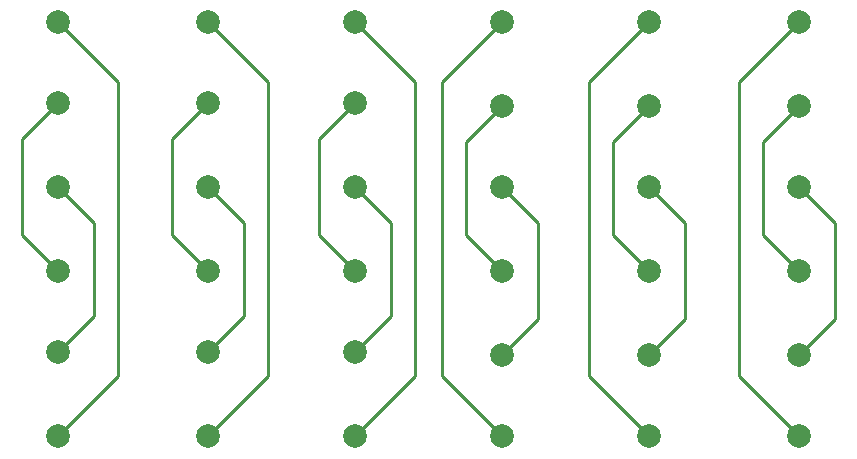
<source format=gbr>
%TF.GenerationSoftware,KiCad,Pcbnew,(5.1.6)-1*%
%TF.CreationDate,2020-07-06T13:03:39-04:00*%
%TF.ProjectId,HVPatchBoard,48565061-7463-4684-926f-6172642e6b69,rev?*%
%TF.SameCoordinates,Original*%
%TF.FileFunction,Copper,L1,Top*%
%TF.FilePolarity,Positive*%
%FSLAX46Y46*%
G04 Gerber Fmt 4.6, Leading zero omitted, Abs format (unit mm)*
G04 Created by KiCad (PCBNEW (5.1.6)-1) date 2020-07-06 13:03:39*
%MOMM*%
%LPD*%
G01*
G04 APERTURE LIST*
%TA.AperFunction,ComponentPad*%
%ADD10C,2.000000*%
%TD*%
%TA.AperFunction,Conductor*%
%ADD11C,0.250000*%
%TD*%
G04 APERTURE END LIST*
D10*
%TO.P,J4,1*%
%TO.N,Net-(J2-Pad1)*%
X122174000Y-66802000D03*
%TD*%
%TO.P,J3,1*%
%TO.N,Net-(J3-Pad1)*%
X122174000Y-73914000D03*
%TD*%
%TO.P,J5,1*%
%TO.N,Net-(J3-Pad1)*%
X122174000Y-59944000D03*
%TD*%
%TO.P,J6,1*%
%TO.N,Net-(J1-Pad1)*%
X122174000Y-52832000D03*
%TD*%
%TO.P,J1,1*%
%TO.N,Net-(J1-Pad1)*%
X122174000Y-87884000D03*
%TD*%
%TO.P,J2,1*%
%TO.N,Net-(J2-Pad1)*%
X122174000Y-81026000D03*
%TD*%
%TO.P,J4,1*%
%TO.N,Net-(J2-Pad1)*%
X97028000Y-66802000D03*
%TD*%
%TO.P,J4,1*%
%TO.N,Net-(J2-Pad1)*%
X109474000Y-66802000D03*
%TD*%
%TO.P,J3,1*%
%TO.N,Net-(J3-Pad1)*%
X109474000Y-73914000D03*
%TD*%
%TO.P,J6,1*%
%TO.N,Net-(J1-Pad1)*%
X109474000Y-52832000D03*
%TD*%
%TO.P,J1,1*%
%TO.N,Net-(J1-Pad1)*%
X109474000Y-87884000D03*
%TD*%
%TO.P,J1,1*%
%TO.N,Net-(J1-Pad1)*%
X97028000Y-87884000D03*
%TD*%
%TO.P,J2,1*%
%TO.N,Net-(J2-Pad1)*%
X109474000Y-81026000D03*
%TD*%
%TO.P,J5,1*%
%TO.N,Net-(J3-Pad1)*%
X109474000Y-59944000D03*
%TD*%
%TO.P,J5,1*%
%TO.N,Net-(J3-Pad1)*%
X97028000Y-59944000D03*
%TD*%
%TO.P,J2,1*%
%TO.N,Net-(J2-Pad1)*%
X97028000Y-81026000D03*
%TD*%
%TO.P,J6,1*%
%TO.N,Net-(J1-Pad1)*%
X97028000Y-52832000D03*
%TD*%
%TO.P,J3,1*%
%TO.N,Net-(J3-Pad1)*%
X97028000Y-73914000D03*
%TD*%
%TO.P,J4,1*%
%TO.N,Net-(J2-Pad1)*%
X84582000Y-73914000D03*
%TD*%
%TO.P,J4,1*%
%TO.N,Net-(J2-Pad1)*%
X72136000Y-73914000D03*
%TD*%
%TO.P,J3,1*%
%TO.N,Net-(J3-Pad1)*%
X84582000Y-66802000D03*
%TD*%
%TO.P,J3,1*%
%TO.N,Net-(J3-Pad1)*%
X72136000Y-66802000D03*
%TD*%
%TO.P,J5,1*%
%TO.N,Net-(J3-Pad1)*%
X84582000Y-80772000D03*
%TD*%
%TO.P,J5,1*%
%TO.N,Net-(J3-Pad1)*%
X72136000Y-80772000D03*
%TD*%
%TO.P,J6,1*%
%TO.N,Net-(J1-Pad1)*%
X84582000Y-87884000D03*
%TD*%
%TO.P,J6,1*%
%TO.N,Net-(J1-Pad1)*%
X72136000Y-87884000D03*
%TD*%
%TO.P,J1,1*%
%TO.N,Net-(J1-Pad1)*%
X84582000Y-52832000D03*
%TD*%
%TO.P,J1,1*%
%TO.N,Net-(J1-Pad1)*%
X72136000Y-52832000D03*
%TD*%
%TO.P,J2,1*%
%TO.N,Net-(J2-Pad1)*%
X84582000Y-59690000D03*
%TD*%
%TO.P,J2,1*%
%TO.N,Net-(J2-Pad1)*%
X72136000Y-59690000D03*
%TD*%
%TO.P,J6,1*%
%TO.N,Net-(J1-Pad1)*%
X59436000Y-87884000D03*
%TD*%
%TO.P,J5,1*%
%TO.N,Net-(J3-Pad1)*%
X59436000Y-80772000D03*
%TD*%
%TO.P,J4,1*%
%TO.N,Net-(J2-Pad1)*%
X59436000Y-73914000D03*
%TD*%
%TO.P,J3,1*%
%TO.N,Net-(J3-Pad1)*%
X59436000Y-66802000D03*
%TD*%
%TO.P,J2,1*%
%TO.N,Net-(J2-Pad1)*%
X59436000Y-59690000D03*
%TD*%
%TO.P,J1,1*%
%TO.N,Net-(J1-Pad1)*%
X59436000Y-52832000D03*
%TD*%
D11*
%TO.N,Net-(J1-Pad1)*%
X59436000Y-52832000D02*
X64516000Y-57912000D01*
X64516000Y-82804000D02*
X59436000Y-87884000D01*
X64516000Y-57912000D02*
X64516000Y-82804000D01*
X72136000Y-52832000D02*
X77216000Y-57912000D01*
X84582000Y-52832000D02*
X89662000Y-57912000D01*
X77216000Y-82804000D02*
X72136000Y-87884000D01*
X89662000Y-82804000D02*
X84582000Y-87884000D01*
X77216000Y-57912000D02*
X77216000Y-82804000D01*
X89662000Y-57912000D02*
X89662000Y-82804000D01*
X122174000Y-87884000D02*
X117094000Y-82804000D01*
X117094000Y-57912000D02*
X122174000Y-52832000D01*
X117094000Y-82804000D02*
X117094000Y-57912000D01*
X104394000Y-57912000D02*
X109474000Y-52832000D01*
X91948000Y-57912000D02*
X97028000Y-52832000D01*
X104394000Y-82804000D02*
X104394000Y-57912000D01*
X91948000Y-82804000D02*
X91948000Y-57912000D01*
X97028000Y-87884000D02*
X91948000Y-82804000D01*
X109474000Y-87884000D02*
X104394000Y-82804000D01*
%TO.N,Net-(J2-Pad1)*%
X57404000Y-71882000D02*
X59436000Y-73914000D01*
X56388000Y-70866000D02*
X57404000Y-71882000D01*
X59436000Y-59690000D02*
X56388000Y-62738000D01*
X56388000Y-62738000D02*
X56388000Y-70866000D01*
X72136000Y-59690000D02*
X69088000Y-62738000D01*
X84582000Y-59690000D02*
X81534000Y-62738000D01*
X70104000Y-71882000D02*
X72136000Y-73914000D01*
X82550000Y-71882000D02*
X84582000Y-73914000D01*
X69088000Y-70866000D02*
X70104000Y-71882000D01*
X81534000Y-70866000D02*
X82550000Y-71882000D01*
X69088000Y-62738000D02*
X69088000Y-70866000D01*
X81534000Y-62738000D02*
X81534000Y-70866000D01*
X122174000Y-81026000D02*
X125222000Y-77978000D01*
X124206000Y-68834000D02*
X122174000Y-66802000D01*
X125222000Y-69850000D02*
X124206000Y-68834000D01*
X125222000Y-77978000D02*
X125222000Y-69850000D01*
X109474000Y-81026000D02*
X112522000Y-77978000D01*
X100076000Y-69850000D02*
X99060000Y-68834000D01*
X112522000Y-77978000D02*
X112522000Y-69850000D01*
X112522000Y-69850000D02*
X111506000Y-68834000D01*
X100076000Y-77978000D02*
X100076000Y-69850000D01*
X99060000Y-68834000D02*
X97028000Y-66802000D01*
X111506000Y-68834000D02*
X109474000Y-66802000D01*
X97028000Y-81026000D02*
X100076000Y-77978000D01*
%TO.N,Net-(J3-Pad1)*%
X61722000Y-69088000D02*
X59436000Y-66802000D01*
X62484000Y-69850000D02*
X61722000Y-69088000D01*
X59436000Y-80772000D02*
X62484000Y-77724000D01*
X62484000Y-77724000D02*
X62484000Y-69850000D01*
X74422000Y-69088000D02*
X72136000Y-66802000D01*
X86868000Y-69088000D02*
X84582000Y-66802000D01*
X72136000Y-80772000D02*
X75184000Y-77724000D01*
X84582000Y-80772000D02*
X87630000Y-77724000D01*
X75184000Y-77724000D02*
X75184000Y-69850000D01*
X87630000Y-77724000D02*
X87630000Y-69850000D01*
X75184000Y-69850000D02*
X74422000Y-69088000D01*
X87630000Y-69850000D02*
X86868000Y-69088000D01*
X119888000Y-71628000D02*
X122174000Y-73914000D01*
X122174000Y-59944000D02*
X119126000Y-62992000D01*
X119126000Y-62992000D02*
X119126000Y-70866000D01*
X119126000Y-70866000D02*
X119888000Y-71628000D01*
X97028000Y-59944000D02*
X93980000Y-62992000D01*
X106426000Y-62992000D02*
X106426000Y-70866000D01*
X106426000Y-70866000D02*
X107188000Y-71628000D01*
X93980000Y-62992000D02*
X93980000Y-70866000D01*
X107188000Y-71628000D02*
X109474000Y-73914000D01*
X93980000Y-70866000D02*
X94742000Y-71628000D01*
X109474000Y-59944000D02*
X106426000Y-62992000D01*
X94742000Y-71628000D02*
X97028000Y-73914000D01*
%TD*%
M02*

</source>
